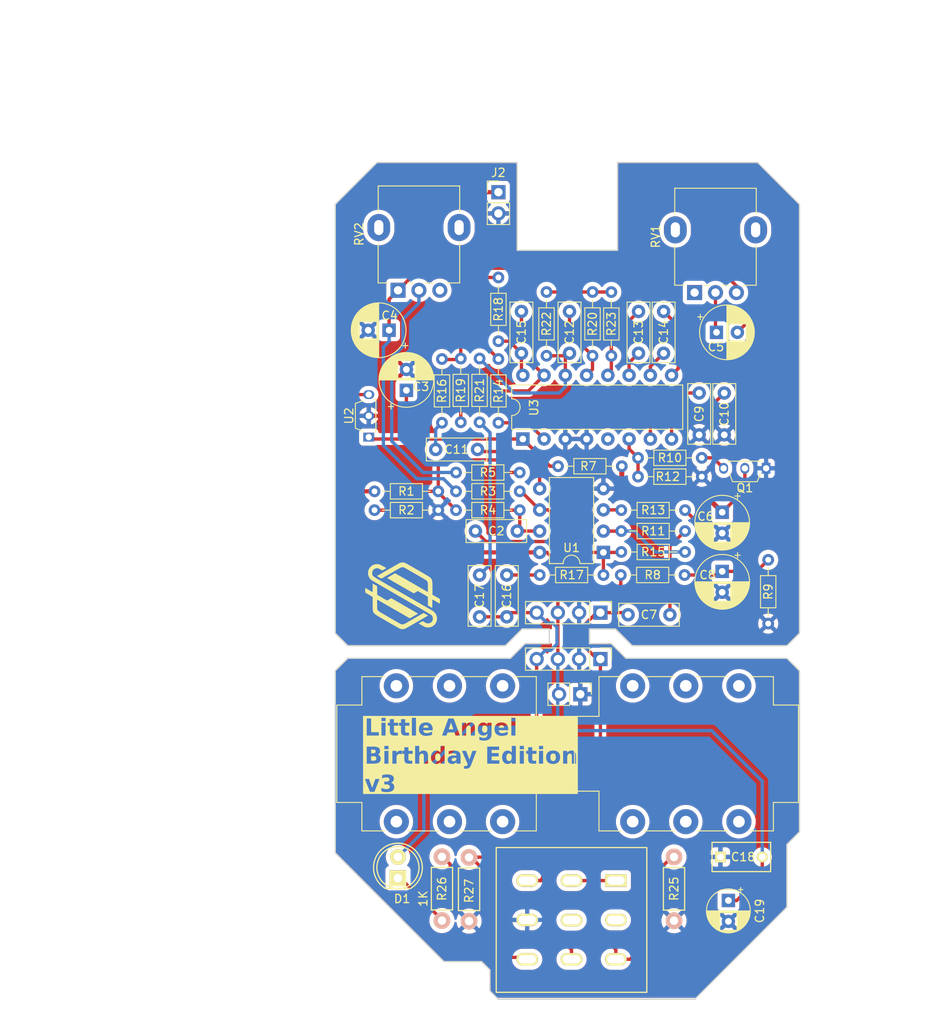
<source format=kicad_pcb>
(kicad_pcb (version 20221018) (generator pcbnew)
  (layers (0 "F.Cu" signal) (31 "B.Cu" signal) (34 "B.Paste" user) (35 "F.Paste" user) (36 "B.SilkS" user "B.Silkscreen") (37 "F.SilkS" user "F.Silkscreen") (38 "B.Mask" user) (39 "F.Mask" user) (44 "Edge.Cuts" user))
  (net 0 "")
  (net 1 "GND")
  (net 2 "+9V")
  (net 3 "Net-(D1-K)")
  (net 4 "Net-(U1B--)")
  (net 5 "Net-(C2-Pad2)")
  (net 6 "Net-(C4-Pad1)")
  (net 7 "Net-(U3-CC1)")
  (net 8 "Net-(U3-CC0)")
  (net 9 "O")
  (net 10 "I")
  (net 11 "Net-(SW1C-C)")
  (net 12 "Net-(U3-LPF2-OUT)")
  (net 13 "Net-(SW1A-A)")
  (net 14 "Net-(J4-T)")
  (net 15 "Net-(J1-T)")
  (net 16 "Net-(U3-LPF2-IN)")
  (net 17 "Net-(U3-OP2-OUT)")
  (net 18 "Net-(U3-OP2-IN)")
  (net 19 "Net-(U3-OP1-IN)")
  (net 20 "Net-(U3-OP1-OUT)")
  (net 21 "Net-(U3-LPF1-IN)")
  (net 22 "Net-(U3-LPF1-OUT)")
  (net 23 "Net-(U1B-+)")
  (net 24 "Net-(U1A--)")
  (net 25 "Net-(U1A-+)")
  (net 26 "Net-(U3-REF)")
  (net 27 "Net-(U3-VCO)")
  (net 29 "+5V")
  (net 30 "Net-(C5-Pad1)")
  (net 31 "Net-(Q1-B)")
  (net 32 "Net-(C7-Pad2)")
  (net 33 "Net-(C8-Pad1)")
  (net 34 "Net-(C11-Pad1)")
  (net 35 "Net-(C11-Pad2)")
  (net 36 "Net-(C16-Pad1)")
  (net 37 "Net-(C17-Pad1)")
  (net 38 "Net-(Q1-C)")
  (net 39 "Net-(R5-Pad2)")
  (net 40 "Net-(R14-Pad1)")
  (net 41 "Net-(R16-Pad2)")
  (net 42 "Net-(R20-Pad1)")
  (footprint "KiCad Lib:3PDT-Footswitch" (layer "F.Cu") (at 143.25 142.525 180)
    (fp_text reference "SW1" hide)
    (fp_text value "SW_3PDT" hide)
  )
  (footprint "Connector_PinHeader_2.54mm:PinHeader_1x02_P2.54mm_Vertical" (layer "F.Cu") (at 144.3 115.55 -90)
    (fp_text reference "J3" hide)
    (fp_text value "V+ GND")
  )
  (footprint "Pedal-Components:Jack_6.35mm_Neutrik_NMJ6HCD2_Horizontal" (layer "F.Cu") (at 150.56 114.55)
    (fp_text reference "J1" hide)
    (fp_text value "IN")
  )
  (footprint "Pin_Headers:Pin_Header_Straight_1x04_Pitch2.54mm" (layer "F.Cu") (at 146.7 111.35 -90)
    (fp_text reference "JOVGI1" hide)
    (fp_text value "OVGI" hide)
  )
  (footprint "Pin_Headers:Pin_Header_Straight_1x04_Pitch2.54mm" (layer "F.Cu") (at 146.7 105.8 -90)
    (fp_text reference "JOVGI2" hide)
    (fp_text value "OVGI" hide)
  )
  (footprint "Capacitor_THT:CP_Radial_D5.0mm_P2.50mm" (layer "F.Cu") (at 162 140.2 -90)
    (fp_text reference "C19")
    (fp_text value "100uF")
  )
  (footprint "LEDs:LED-5MM" (layer "F.Cu") (at 122.5 137.54 90)
    (fp_text reference "D1")
    (fp_text value "LED" hide)
  )
  (footprint "Resistors_ThroughHole:Resistor_Horizontal_RM7mm" (layer "F.Cu") (at 155.5 135 -90)
    (fp_text reference "R25")
    (fp_text value "1M" hide)
  )
  (footprint "Resistors_ThroughHole:Resistor_Horizontal_RM7mm" (layer "F.Cu") (at 127.76 142.6 90)
    (fp_text reference "R26")
    (fp_text value "1K")
  )
  (footprint "Resistors_ThroughHole:Resistor_Horizontal_RM7mm" (layer "F.Cu") (at 131 135.05 -90)
    (fp_text reference "R27")
    (fp_text value "100K" hide)
  )
  (footprint "Capacitors_ThroughHole:C_Rect_L7_W3.5_P5" (layer "F.Cu") (at 161.05 135)
    (fp_text reference "C18")
    (fp_text value "100nF" hide)
  )
  (footprint "Pedal-Components:Jack_6.35mm_Neutrik_NMJ6HCD2_Horizontal" (layer "F.Cu") (at 135.01 130.78 180)
    (fp_text reference "J4" hide)
    (fp_text value "OUT")
  )
  (footprint "Connector_PinHeader_2.54mm:PinHeader_1x02_P2.54mm_Vertical" (layer "F.Cu") (at 134.51 55.55)
    (fp_text reference "J2")
    (fp_text value "V+ GND")
  )
  (footprint "Resistor_THT:R_Axial_DIN0204_L3.6mm_D1.6mm_P7.62mm_Horizontal" (layer "F.Cu") (at 127.32 91.3 180)
    (fp_text reference "R1")
    (fp_text value "100k")
  )
  (footprint "Potentiometer_THT:Potentiometer_Alpha_RD901F-40-00D_Single_Vertical" (layer "F.Cu") (at 122.51 67.275 90)
    (fp_text reference "RV2")
    (fp_text value "100k lin")
  )
  (footprint "Capacitor_THT:CP_Radial_D6.3mm_P2.50mm" (layer "F.Cu") (at 161.26 100.867621 -90)
    (fp_text reference "C8")
    (fp_text value "47uF")
  )
  (footprint "Capacitor_THT:CP_Radial_D6.3mm_P2.50mm" (layer "F.Cu") (at 123.51 79.232379 90)
    (fp_text reference "C3")
    (fp_text value "47uF")
  )
  (footprint "Resistor_THT:R_Axial_DIN0204_L3.6mm_D1.6mm_P7.62mm_Horizontal" (layer "F.Cu") (at 156.82 98.55 180)
    (fp_text reference "R15")
    (fp_text value "1M")
  )
  (footprint "Resistor_THT:R_Axial_DIN0204_L3.6mm_D1.6mm_P7.62mm_Horizontal" (layer "F.Cu") (at 134.51 75.49 -90)
    (fp_text reference "R14")
    (fp_text value "33k")
  )
  (footprint "Pedal-Components:tkw" (layer "F.Cu") (at 123.01 103.8)
    (fp_text reference "G***" hide)
    (fp_text value "LOGO" hide)
  )
  (footprint "Resistor_THT:R_Axial_DIN0204_L3.6mm_D1.6mm_P7.62mm_Horizontal" (layer "F.Cu") (at 147.07 101.3 180)
    (fp_text reference "R17")
    (fp_text value "10k")
  )
  (footprint "Package_TO_SOT_THT:TO-92S_Wide" (layer "F.Cu") (at 119.01 84.82 90)
    (fp_text reference "U2")
    (fp_text value "L78L05_TO92")
  )
  (footprint "Capacitor_THT:C_Disc_D7.0mm_W2.5mm_P5.00mm" (layer "F.Cu") (at 135.51 101.3 -90)
    (fp_text reference "C16")
    (fp_text value "100nF")
  )
  (footprint "Resistor_THT:R_Axial_DIN0204_L3.6mm_D1.6mm_P7.62mm_Horizontal" (layer "F.Cu") (at 149.26 88.3 180)
    (fp_text reference "R7")
    (fp_text value "68K")
  )
  (footprint "Potentiometer_THT:Potentiometer_Alpha_RD901F-40-00D_Single_Vertical" (layer "F.Cu") (at 157.96 67.55 90)
    (fp_text reference "RV1")
    (fp_text value "470K lin")
  )
  (footprint "Capacitor_THT:CP_Radial_D6.3mm_P2.50mm" (layer "F.Cu") (at 160.577621 72.3)
    (fp_text reference "C5")
    (fp_text value "10uF")
  )
  (footprint "Capacitor_THT:CP_Radial_D6.3mm_P2.50mm" (layer "F.Cu") (at 161.26 93.8 -90)
    (fp_text reference "C6")
    (fp_text value "47uF")
  )
  (footprint "Package_DIP:DIP-16_W7.62mm" (layer "F.Cu") (at 137.43 85.05 90)
    (fp_text reference "U3")
    (fp_text value "PT2399")
  )
  (footprint "Resistor_THT:R_Axial_DIN0204_L3.6mm_D1.6mm_P7.62mm_Horizontal" (layer "F.Cu") (at 156.82 96.05 180)
    (fp_text reference "R11")
    (fp_text value "470k")
  )
  (footprint "Resistor_THT:R_Axial_DIN0204_L3.6mm_D1.6mm_P7.62mm_Horizontal" (layer "F.Cu") (at 140.26 67.48 -90)
    (fp_text reference "R22")
    (fp_text value "10k")
  )
  (footprint "Resistor_THT:R_Axial_DIN0204_L3.6mm_D1.6mm_P7.62mm_Horizontal" (layer "F.Cu") (at 166.76 107.11 90)
    (fp_text reference "R9")
    (fp_text value "10k")
  )
  (footprint "Resistor_THT:R_Axial_DIN0204_L3.6mm_D1.6mm_P7.62mm_Horizontal" (layer "F.Cu") (at 130.01 83.05 90)
    (fp_text reference "R19")
    (fp_text value "10k")
  )
  (footprint "Resistor_THT:R_Axial_DIN0204_L3.6mm_D1.6mm_P7.62mm_Horizontal" (layer "F.Cu") (at 134.51 73.36 90)
    (fp_text reference "R18")
    (fp_text value "10k")
  )
  (footprint "Package_TO_SOT_THT:TO-92S_Wide" (layer "F.Cu") (at 166.51 88.55 180)
    (fp_text reference "Q1")
    (fp_text value "2N3904")
  )
  (footprint "Resistor_THT:R_Axial_DIN0204_L3.6mm_D1.6mm_P7.62mm_Horizontal" (layer "F.Cu") (at 127.32 93.55 180)
    (fp_text reference "R2")
    (fp_text value "47k")
  )
  (footprint "Resistor_THT:R_Axial_DIN0204_L3.6mm_D1.6mm_P7.62mm_Horizontal" (layer "F.Cu") (at 137.06 89.05 180)
    (fp_text reference "R5")
    (fp_text value "4k7")
  )
  (footprint "Resistor_THT:R_Axial_DIN0204_L3.6mm_D1.6mm_P7.62mm_Horizontal" (layer "F.Cu") (at 156.82 93.55 180)
    (fp_text reference "R13")
    (fp_text value "330k")
  )
  (footprint "Capacitor_THT:C_Disc_D7.0mm_W2.5mm_P5.00mm" (layer "F.Cu") (at 158.51 84.55 90)
    (fp_text reference "C9")
    (fp_text value "100nF")
  )
  (footprint "Capacitor_THT:C_Disc_D7.0mm_W2.5mm_P5.00mm" (layer "F.Cu") (at 131.76 96.05)
    (fp_text reference "C2")
    (fp_text value "10nF")
  )
  (footprint "Capacitor_THT:C_Disc_D7.0mm_W2.5mm_P5.00mm" (layer "F.Cu") (at 132.26 101.3 -90)
    (fp_text reference "C17")
    (fp_text value "100nF")
  )
  (footprint "Resistor_THT:R_Axial_DIN0204_L3.6mm_D1.6mm_P7.62mm_Horizontal" (layer "F.Cu") (at 129.44 93.55)
    (fp_text reference "R4")
    (fp_text value "220k")
  )
  (footprint "Resistor_THT:R_Axial_DIN0204_L3.6mm_D1.6mm_P7.62mm_Horizontal" (layer "F.Cu") (at 145.76 67.48 -90)
    (fp_text reference "R20")
    (fp_text value "10k")
  )
  (footprint "Capacitor_THT:C_Disc_D7.0mm_W2.5mm_P5.00mm" (layer "F.Cu") (at 127.01 86.3)
    (fp_text reference "C11")
    (fp_text value "100nF")
  )
  (footprint "Capacitor_THT:C_Disc_D7.0mm_W2.5mm_P5.00mm" (layer "F.Cu") (at 150.01 106.05)
    (fp_text reference "C7")
    (fp_text value "100nF")
  )
  (footprint "Resistor_THT:R_Axial_DIN0204_L3.6mm_D1.6mm_P7.62mm_Horizontal" (layer "F.Cu") (at 156.76 101.3 180)
    (fp_text reference "R8")
    (fp_text value "10k")
  )
  (footprint "Resistor_THT:R_Axial_DIN0204_L3.6mm_D1.6mm_P7.62mm_Horizontal" (layer "F.Cu") (at 137.06 91.3 180)
    (fp_text reference "R3")
    (fp_text value "220K")
  )
  (footprint "Capacitor_THT:C_Disc_D7.0mm_W2.5mm_P5.00mm" (layer "F.Cu") (at 151.26 69.8 -90)
    (fp_text reference "C13")
    (fp_text value "100n")
  )
  (footprint "Resistor_THT:R_Axial_DIN0204_L3.6mm_D1.6mm_P7.62mm_Horizontal" (layer "F.Cu") (at 158.82 87.3 180)
    (fp_text reference "R10")
    (fp_text value "100R")
  )
  (footprint "Capacitor_THT:C_Disc_D7.0mm_W2.5mm_P5.00mm" (layer "F.Cu") (at 161.51 84.55 90)
    (fp_text reference "C10")
    (fp_text value "100nF")
  )
  (footprint "Package_DIP:DIP-8_W7.62mm" (layer "F.Cu") (at 147.06 98.6 180)
    (fp_text reference "U1")
    (fp_text value "NE5532")
  )
  (footprint "Resistor_THT:R_Axial_DIN0204_L3.6mm_D1.6mm_P7.62mm_Horizontal" (layer "F.Cu") (at 158.82 89.55 180)
    (fp_text reference "R12")
    (fp_text value "2k2")
  )
  (footprint "Pedal-Components:1590B" (layer "F.Cu") (at 112.94 154.659085)
    (fp_text reference "N1" hide)
    (fp_text value "Housing")
  )
  (footprint "Capacitor_THT:C_Disc_D7.0mm_W2.5mm_P5.00mm" (layer "F.Cu") (at 143.01 74.8 90)
    (fp_text reference "C12")
    (fp_text value "10n")
  )
  (footprint "Capacitor_THT:C_Disc_D7.0mm_W2.5mm_P5.00mm" (layer "F.Cu") (at 154.26 74.8 90)
    (fp_text reference "C14")
    (fp_text value "100n")
  )
  (footprint "Resistor_THT:R_Axial_DIN0204_L3.6mm_D1.6mm_P7.62mm_Horizontal" (layer "F.Cu") (at 132.26 75.43 -90)
    (fp_text reference "R21")
    (fp_text value "10k")
  )
  (footprint "Capacitor_THT:CP_Radial_D6.3mm_P2.50mm" (layer "F.Cu") (at 121.44238 72.05 180)
    (fp_text reference "C4")
    (fp_text value "10uF")
  )
  (footprint "Capacitor_THT:C_Disc_D7.0mm_W2.5mm_P5.00mm" (layer "F.Cu") (at 137.26 74.8 90)
    (fp_text reference "C15")
    (fp_text value "3n3")
  )
  (footprint "Resistor_THT:R_Axial_DIN0204_L3.6mm_D1.6mm_P7.62mm_Horizontal" (layer "F.Cu") (at 148.01 67.49 -90)
    (fp_text reference "R23")
    (fp_text value "10k")
  )
  (footprint "Resistor_THT:R_Axial_DIN0204_L3.6mm_D1.6mm_P7.62mm_Horizontal" (layer "F.Cu") (at 127.76 83.11 90)
    (fp_text reference "R16")
    (fp_text value "10k")
  )
  (gr_line (start 145.4 107.75) (end 148.5 107.75) (stroke (width 0.15)) (layer "Edge.Cuts"))
  (gr_line (start 137.7 109.5) (end 140.6 109.5) (stroke (width 0.15)) (layer "Edge.Cuts"))
  (gr_line (start 128 147.5) (end 127 146.5) (stroke (width 0.15)) (layer "Edge.Cuts"))
  (gr_line (start 115 134.5) (end 115 121) (stroke (width 0.15)) (layer "Edge.Cuts"))
  (gr_line (start 135.35 109.75) (end 116.5 109.75) (stroke (width 0.15)) (layer "Edge.Cuts"))
  (gr_line (start 145.4 109.5) (end 148 109.5) (stroke (width 0.15)) (layer "Edge.Cuts"))
  (gr_line (start 148.75 62.5) (end 148.75 52) (stroke (width 0.15)) (layer "Edge.Cuts"))
  (gr_line (start 127 146.5) (end 115 134.5) (stroke (width 0.15)) (layer "Edge.Cuts"))
  (gr_line (start 115 57) (end 115 108.25) (stroke (width 0.15)) (layer "Edge.Cuts"))
  (gr_line (start 169 141) (end 158 152) (stroke (width 0.15)) (layer "Edge.Cuts"))
  (gr_line (start 133.5 151) (end 133.5 148.5) (stroke (width 0.15)) (layer "Edge.Cuts"))
  (gr_line (start 149.75 111.25) (end 164.75 111.25) (stroke (width 0.15)) (layer "Edge.Cuts"))
  (gr_line (start 148.5 107.75) (end 150.5 109.75) (stroke (width 0.15)) (layer "Edge.Cuts"))
  (gr_line (start 165.5 52) (end 170.5 57) (stroke (width 0.15)) (layer "Edge.Cuts"))
  (gr_line (start 169 109.75) (end 170.5 108.25) (stroke (width 0.15)) (layer "Edge.Cuts"))
  (gr_line (start 169 133.5) (end 170.5 132) (stroke (width 0.15)) (layer "Edge.Cuts"))
  (gr_line (start 116.5 109.75) (end 115 108.25) (stroke (width 0.15)) (layer "Edge.Cuts"))
  (gr_line (start 140.6 107.75) (end 140.6 109.5) (stroke (width 0.15)) (layer "Edge.Cuts"))
  (gr_line (start 137.35 107.75) (end 135.35 109.75) (stroke (width 0.15)) (layer "Edge.Cuts"))
  (gr_line (start 115 57) (end 120 52) (stroke (width 0.15)) (layer "Edge.Cuts"))
  (gr_line (start 170.5 85) (end 170.5 57) (stroke (width 0.15)) (layer "Edge.Cuts"))
  (gr_line (start 136.75 62.5) (end 148.75 62.5) (stroke (width 0.15)) (layer "Edge.Cuts"))
  (gr_line (start 136.75 52) (end 120 52) (stroke (width 0.15)) (layer "Edge.Cuts"))
  (gr_line (start 170.5 112.75) (end 169 111.25) (stroke (width 0.15)) (layer "Edge.Cuts"))
  (gr_line (start 135.95 111.25) (end 117 111.25) (stroke (width 0.15)) (layer "Edge.Cuts"))
  (gr_line (start 134.5 152) (end 158 152) (stroke (width 0.15)) (layer "Edge.Cuts"))
  (gr_line (start 116.5 109.75) (end 116.5 109.75) (stroke (width 0.15)) (layer "Edge.Cuts"))
  (gr_line (start 137.7 109.5) (end 135.95 111.25) (stroke (width 0.15)) (layer "Edge.Cuts"))
  (gr_line (start 169 133.5) (end 169 141) (stroke (width 0.15)) (layer "Edge.Cuts"))
  (gr_line (start 170.5 108.25) (end 170.5 85) (stroke (width 0.15)) (layer "Edge.Cuts"))
  (gr_line (start 136.75 52) (end 136.75 62.5) (stroke (width 0.15)) (layer "Edge.Cuts"))
  (gr_line (start 134.5 152) (end 133.5 151) (stroke (width 0.15)) (layer "Edge.Cuts"))
  (gr_line (start 133.5 148.5) (end 132.5 147.5) (stroke (width 0.15)) (layer "Edge.Cuts"))
  (gr_line (start 115 112.75) (end 115 121) (stroke (width 0.15)) (layer "Edge.Cuts"))
  (gr_line (start 148.75 52) (end 165.5 52) (stroke (width 0.15)) (layer "Edge.Cuts"))
  (gr_line (start 132.5 147.5) (end 128.5 147.5) (stroke (width 0.15)) (layer "Edge.Cuts"))
  (gr_line (start 145.4 107.75) (end 145.4 109.5) (stroke (width 0.15)) (layer "Edge.Cuts"))
  (gr_line (start 169 111.25) (end 164.75 111.25) (stroke (width 0.15)) (layer "Edge.Cuts"))
  (gr_line (start 116.5 111.25) (end 115 112.75) (stroke (width 0.15)) (layer "Edge.Cuts"))
  (gr_line (start 148 109.5) (end 149.75 111.25) (stroke (width 0.15)) (layer "Edge.Cuts"))
  (gr_line (start 170.5 132) (end 170.5 112.75) (stroke (width 0.15)) (layer "Edge.Cuts"))
  (gr_line (start 128.5 147.5) (end 128 147.5) (stroke (width 0.15)) (layer "Edge.Cuts"))
  (gr_line (start 137.35 107.75) (end 140.6 107.75) (stroke (width 0.15)) (layer "Edge.Cuts"))
  (gr_line (start 150.5 109.75) (end 169 109.75) (stroke (width 0.15)) (layer "Edge.Cuts"))
  (gr_line (start 117 111.25) (end 116.5 111.25) (stroke (width 0.15)) (layer "Edge.Cuts"))
  (gr_text "Little Angel\nBirthday Edition\nv3" (at 118.51 127.55) (layer "F.SilkS" knockout) (effects (font (size 2 2) (thickness 0.3) bold) (justify left bottom)))
  (segment (start 162 140.2) (end 163 140.2) (width 0.4) (layer "F.Cu") (net 2))
  (segment (start 118.81 98.6) (end 116.51 96.3) (width 0.5) (layer "F.Cu") (net 2))
  (segment (start 116.51 81.55) (end 116.51 78.8) (width 0.5) (layer "F.Cu") (net 2))
  (segment (start 163 140.2) (end 166.05 137.15) (width 0.4) (layer "F.Cu") (net 2))
  (segment (start 166.05 137.15) (end 166.05 135) (width 0.4) (layer "F.Cu") (net 2))
  (segment (start 141.62 103.05) (end 141.62 105.8) (width 0.4) (layer "F.Cu") (net 2))
  (segment (start 116.51 96.3) (end 116.51 90.55) (width 0.5) (layer "F.Cu") (net 2))
  (segment (start 148.51 103.05) (end 141.62 103.05) (width 0.4) (layer "F.Cu") (net 2))
  (segment (start 119.7 91.3) (end 117.26 91.3) (width 0.5) (layer "F.Cu") (net 2))
  (segment (start 119.01 79.74) (end 117.45 79.74) (width 0.4) (layer "F.Cu") (net 2))
  (segment (start 116.51 59.3) (end 120.26 55.55) (width 0.5) (layer "F.Cu") (net 2))
  (segment (start 149.14 102.42) (end 148.51 103.05) (width 0.4) (layer "F.Cu") (net 2))
  (segment (start 116.51 78.8) (end 116.51 59.3) (width 0.5) (layer "F.Cu") (net 2))
  (segment (start 139.44 98.6) (end 118.81 98.6) (width 0.5) (layer "F.Cu") (net 2))
  (segment (start 141.62 99.91) (end 141.62 103.05) (width 0.4) (layer "F.Cu") (net 2))
  (segment (start 141.62 105.8) (end 141.62 111.35) (width 0.4) (layer "F.Cu") (net 2))
  (segment (start 140.31 98.6) (end 141.62 99.91) (width 0.4) (layer "F.Cu") (net 2))
  (segment (start 139.44 98.6) (end 140.31 98.6) (width 0.4) (layer "F.Cu") (net 2))
  (segment (start 149.14 101.3) (end 149.14 102.42) (width 0.4) (layer "F.Cu") (net 2))
  (segment (start 117.45 79.74) (end 116.51 78.8) (width 0.4) (layer "F.Cu") (net 2))
  (segment (start 116.51 90.55) (end 116.51 81.55) (width 0.5) (layer "F.Cu") (net 2))
  (segment (start 120.26 55.55) (end 134.51 55.55) (width 0.5) (layer "F.Cu") (net 2))
  (segment (start 117.26 91.3) (end 116.51 90.55) (width 0.5) (layer "F.Cu") (net 2))
  (segment (start 125.6 131.9) (end 122.5 135) (width 0.4) (layer "B.Cu") (net 2))
  (segment (start 141.6 118.6) (end 142.9 119.9) (width 0.4) (layer "B.Cu") (net 2))
  (segment (start 131.9 118.6) (end 125.6 124.9) (width 0.4) (layer "B.Cu") (net 2))
  (segment (start 141.62 111.35) (end 141.62 112.552081) (width 0.4) (layer "B.Cu") (net 2))
  (segment (start 141.6 112.572081) (end 141.6 118.6) (width 0.4) (layer "B.Cu") (net 2))
  (segment (start 160 119.9) (end 166.05 125.95) (width 0.4) (layer "B.Cu") (net 2))
  (segment (start 125.6 124.9) (end 125.6 131.9) (width 0.4) (layer "B.Cu") (net 2))
  (segment (start 142.9 119.9) (end 160 119.9) (width 0.4) (layer "B.Cu") (net 2))
  (segment (start 141.62 112.552081) (end 141.6 112.572081) (width 0.4) (layer "B.Cu") (net 2))
  (segment (start 166.05 125.95) (end 166.05 135) (width 0.4) (layer "B.Cu") (net 2))
  (segment (start 141.6 118.6) (end 131.9 118.6) (width 0.4) (layer "B.Cu") (net 2))
  (segment (start 122.75 137.5) (end 127.75 142.5) (width 0.4) (layer "F.Cu") (net 3))
  (segment (start 122.5 137.5) (end 122.75 137.5) (width 0.4) (layer "F.Cu") (net 3))
  (segment (start 140.51 97.3) (end 141.01 96.8) (width 0.4) (layer "F.Cu") (net 4))
  (segment (start 141.01 96.8) (end 141.01 94.05) (width 0.4) (layer "F.Cu") (net 4))
  (segment (start 131.76 96.05) (end 133.01 97.3) (width 0.4) (layer "F.Cu") (net 4))
  (segment (start 137.06 91.3) (end 137.22 91.3) (width 0.4) (layer "F.Cu") (net 4))
  (segment (start 133.01 97.3) (end 140.51 97.3) (width 0.4) (layer "F.Cu") (net 4))
  (segment (start 141.01 94.05) (end 140.48 93.52) (width 0.4) (layer "F.Cu") (net 4))
  (segment (start 137.22 91.3) (end 139.44 93.52) (width 0.4) (layer "F.Cu") (net 4))
  (segment (start 140.48 93.52) (end 139.44 93.52) (width 0.4) (layer "F.Cu") (net 4))
  (segment (start 135.76 93.55) (end 137.06 93.55) (width 0.4) (layer "F.Cu") (net 5))
  (segment (start 135.26 93.05) (end 135.76 93.55) (width 0.4) (layer "F.Cu") (net 5))
  (segment (start 136.76 96.05) (end 139.43 96.05) (width 0.4) (layer "F.Cu") (net 5))
  (segment (start 135.76 89.05) (end 135.26 89.55) (width 0.4) (layer "F.Cu") (net 5))
  (segment (start 137.06 89.05) (end 135.76 89.05) (width 0.4) (layer "F.Cu") (net 5))
  (segment (start 139.43 96.05) (end 139.44 96.06) (width 0.4) (layer "F.Cu") (net 5))
  (segment (start 137.06 95.75) (end 136.76 96.05) (width 0.4) (layer "F.Cu") (net 5))
  (segment (start 135.26 89.55) (end 135.26 93.05) (width 0.4) (layer "F.Cu") (net 5))
  (segment (start 137.06 93.55) (end 137.06 95.75) (width 0.4) (layer "F.Cu") (net 5))
  (segment (start 121.44238 68.34262) (end 122.51 67.275) (width 0.4) (layer "F.Cu") (net 6))
  (segment (start 163.077621 72.3) (end 164.76 70.617621) (width 0.4) (layer "F.Cu") (net 6))
  (segment (start 164.76 70.617621) (end 164.76 66.55) (width 0.4) (layer "F.Cu") (net 6))
  (segment (start 125.145 64.64) (end 122.51 67.275) (width 0.4) (layer "F.Cu") (net 6))
  (segment (start 164.76 66.55) (end 162.85 64.64) (width 0.4) (layer "F.Cu") (net 6))
  (segment (start 162.85 64.64) (end 125.145 64.64) (width 0.4) (layer "F.Cu") (net 6))
  (segment (start 121.44238 72.05) (end 121.44238 68.34262) (width 0.4) (layer "F.Cu") (net 6))
  (segment (start 124.76 89.8) (end 120.76 85.8) (width 0.4) (layer "B.Cu") (net 6))
  (segment (start 121.44238 73.36762) (end 121.44238 72.05) (width 0.4) (layer "B.Cu") (net 6))
  (segment (start 120.76 85.8) (end 120.76 74.05) (width 0.4) (layer "B.Cu") (net 6))
  (segment (start 127.94 89.8) (end 124.76 89.8) (width 0.4) (layer "B.Cu") (net 6))
  (segment (start 129.44 91.3) (end 127.94 89.8) (width 0.4) (layer "B.Cu") (net 6))
  (segment (start 120.76 74.05) (end 121.44238 73.36762) (width 0.4) (layer "B.Cu") (net 6))
  (segment (start 152.67 85.05) (end 152.67 81.14) (width 0.4) (layer "F.Cu") (net 7))
  (segment (start 152.67 81.14) (end 154.26 79.55) (width 0.4) (layer "F.Cu") (net 7))
  (segment (start 154.26 79.55) (end 158.51 79.55) (width 0.4) (layer "F.Cu") (net 7))
  (segment (start 155.21 83.1) (end 156.76 81.55) (width 0.4) (layer "F.Cu") (net 8))
  (segment (start 155.21 85.05) (end 155.21 83.1) (width 0.4) (layer "F.Cu") (net 8))
  (segment (start 159.51 81.55) (end 156.76 81.55) (width 0.4) (layer "F.Cu") (net 8))
  (segment (start 161.51 79.55) (end 159.51 81.55) (width 0.4) (layer "F.Cu") (net 8))
  (segment (start 139.08 111.35) (end 139.08 132.92) (width 0.4) (layer "F.Cu") (net 9))
  (segment (start 131 135.02) (end 131.22 135.02) (width 0.4) (layer "F.Cu") (net 9))
  (segment (start 135.51 106.3) (end 136.01 105.8) (width 0.4) (layer "F.Cu") (net 9))
  (segment (start 140.6 143.425) (end 143.25 146.075) (width 0.4) (layer "F.Cu") (net 9))
  (segment (start 136.98 135.02) (end 131 135.02) (width 0.4) (layer "F.Cu") (net 9))
  (segment (start 139.08 105.8) (end 136.01 105.8) (width 0.4) (layer "F.Cu") (net 9))
  (segment (start 139.08 132.92) (end 136.98 135.02) (width 0.4) (layer "F.Cu") (net 9))
  (segment (start 131.22 135.02) (end 136.4 140.2) (width 0.4) (layer "F.Cu") (net 9))
  (segment (start 132.26 106.3) (end 135.51 106.3) (width 0.4) (layer "F.Cu") (net 9))
  (segment (start 143.25 146.075) (end 143.25 147.225) (width 0.4) (layer "F.Cu") (net 9))
  (segment (start 140.6 141.6) (end 140.6 143.425) (width 0.4) (layer "F.Cu") (net 9))
  (segment (start 139.2 140.2) (end 140.6 141.6) (width 0.4) (layer "F.Cu") (net 9))
  (segment (start 136.4 140.2) (end 139.2 140.2) (width 0.4) (layer "F.Cu") (net 9))
  (segment (start 140.33 107.05) (end 141.01 107.05) (width 0.4) (layer "B.Cu") (net 9))
  (segment (start 140.13 110.3) (end 139.08 111.35) (width 0.4) (layer "B.Cu") (net 9))
  (segment (start 141.01 107.05) (end 141.51 107.55) (width 0.4) (layer "B.Cu") (net 9))
  (segment (start 139.08 105.8) (end 140.33 107.05) (width 0.4) (layer "B.Cu") (net 9))
  (segment (start 140.76 110.3) (end 140.13 110.3) (width 0.4) (layer "B.Cu") (net 9))
  (segment (start 141.51 109.55) (end 140.76 110.3) (width 0.4) (layer "B.Cu") (net 9))
  (segment (start 141.51 107.55) (end 141.51 109.55) (width 0.4) (layer "B.Cu") (net 9))
  (segment (start 148.55 146.075) (end 145.9 143.425) (width 0.4) (layer "F.Cu") (net 10))
  (segment (start 151.925 145.575) (end 152.5 145) (width 0.4) (layer "F.Cu") (net 10))
  (segment (start 148.55 147.225) (end 148.55 146.075) (width 0.4) (layer "F.Cu") (net 10))
  (segment (start 152.5 145) (end 152.5 141.5) (width 0.4) (layer "F.Cu") (net 10))
  (segment (start 146.7 111.35) (end 146.7 122.94) (width 0.4) (layer "F.Cu") (net 10))
  (segment (start 141.6 140.1) (end 140.5 139) (width 0.4) (layer "F.Cu") (net 10))
  (segment (start 145 130.8) (end 145 124.64) (width 0.4) (layer "F.Cu") (net 10))
  (segment (start 149.76 105.8) (end 150.01 106.05) (width 0.4) (layer "F.Cu") (net 10))
  (segment (start 139.8 137.525) (end 139.8 136) (width 0.4) (layer "F.Cu") (net 10))
  (segment (start 151.9 145.575) (end 151.925 145.575) (width 0.4) (layer "F.Cu") (net 10))
  (segment (start 145 124.64) (end 146.7 122.94) (width 0.4) (layer "F.Cu") (net 10))
  (segment (start 146.7 105.8) (end 149.76 105.8) (width 0.4) (layer "F.Cu") (net 10))
  (segment (start 154 140) (end 154 136.25) (width 0.4) (layer "F.Cu") (net 10))
  (segment (start 139.825 137.825) (end 139.5 137.825) (width 0.4) (layer "F.Cu") (net 10))
  (segment (start 139.8 136) (end 145 130.8) (width 0.4) (layer "F.Cu") (net 10))
  (segment (start 140.5 138.5) (end 139.825 137.825) (width 0.4) (layer "F.Cu") (net 10))
  (segment (start 154 136.25) (end 155.5 134.75) (width 0.4) (layer "F.Cu") (net 10))
  (segment (start 144.51 107.55) (end 144.51 109.55) (width 0.4) (layer "F.Cu") (net 10))
  (segment (start 140.5 139) (end 140.5 138.5) (width 0.4) (layer "F.Cu") (net 10))
  (segment (start 146.7 105.8) (end 146.26 105.8) (width 0.4) (layer "F.Cu") (net 10))
  (segment (start 145.9 141.6) (end 144.4 140.1) (width 0.4) (layer "F.Cu") (net 10))
  (segment (start 150.25 147.225) (end 151.9 145.575) (width 0.4) (layer "F.Cu") (net 10))
  (segment (start 146.26 105.8) (end 144.51 107.55) (width 0.4) (layer "F.Cu") (net 10))
  (segment (start 146.31 111.35) (end 146.7 111.35) (width 0.4) (layer "F.Cu") (net 10))
  (segment (start 137.95 137.825) (end 139.5 137.825) (width 0.4) (layer "F.Cu") (net 10))
  (segment (start 148.55 147.225) (end 150.25 147.225) (width 0.4) (layer "F.Cu") (net 10))
  (segment (start 144.4 140.1) (end 141.6 140.1) (width 0.4) (layer "F.Cu") (net 10))
  (segment (start 144.51 109.55) (end 146.31 111.35) (width 0.4) (layer "F.Cu") (net 10))
  (segment (start 139.5 137.825) (end 139.8 137.525) (width 0.4) (layer "F.Cu") (net 10))
  (segment (start 145.9 143.425) (end 145.9 141.6) (width 0.4) (layer "F.Cu") (net 10))
  (segment (start 152.5 141.5) (end 154 140) (width 0.4) (layer "F.Cu") (net 10))
  (segment (start 133.2 139.9) (end 134.2 140.9) (width 0.4) (layer "F.Cu") (net 11))
  (segment (start 130.9 139.9) (end 133.2 139.9) (width 0.4) (layer "F.Cu") (net 11))
  (segment (start 137.725 147) (end 137.95 147.225) (width 0.4) (layer "F.Cu") (net 11))
  (segment (start 128.749489 137.749489) (end 130.9 139.9) (width 0.4) (layer "F.Cu") (net 11))
  (segment (start 128.749489 135.879489) (end 128.749489 137.749489) (width 0.4) (layer "F.Cu") (net 11))
  (segment (start 134.2 140.9) (end 134.2 145.1) (width 0.4) (layer "F.Cu") (net 11))
  (segment (start 127.75 135) (end 127.87 135) (width 0.4) (layer "F.Cu") (net 11))
  (segment (start 127.87 135) (end 128.749489 135.879489) (width 0.4) (layer "F.Cu") (net 11))
  (segment (start 134.2 145.1) (end 136.1 147) (width 0.4) (layer "F.Cu") (net 11))
  (segment (start 136.1 147) (end 137.725 147) (width 0.4) (layer "F.Cu") (net 11))
  (segment (start 142.51 77.43) (end 142.51 75.3) (width 0.4) (layer "F.Cu") (net 12))
  (segment (start 140.26 75.1) (end 142.71 75.1) (width 0.4) (layer "F.Cu") (net 12))
  (segment (start 142.71 75.1) (end 143.01 74.8) (width 0.4) (layer "F.Cu") (net 12))
  (segment (start 142.51 75.3) (end 143.01 74.8) (width 0.4) (layer "F.Cu") (net 12))
  (segment (start 141.76 79.55) (end 142.51 78.8) (width 0.4) (layer "B.Cu") (net 12))
  (segment (start 132.26 75.43) (end 136.38 79.55) (width 0.4) (layer "B.Cu") (net 12))
  (segment (start 142.51 78.8) (end 142.51 77.43) (width 0.4) (layer "B.Cu") (net 12))
  (segment (start 136.38 79.55) (end 141.76 79.55) (width 0.4) (layer "B.Cu") (net 12))
  (segment (start 143.25 137.825) (end 148.55 137.825) (width 0.4) (layer "F.Cu") (net 13))
  (segment (start 143.01 72.35) (end 145.76 75.1) (width 0.4) (layer "F.Cu") (net 16))
  (segment (start 145.76 75.1) (end 145.76 76.72) (width 0.4) (layer "F.Cu") (net 16))
  (segment (start 143.01 69.8) (end 143.01 72.35) (width 0.4) (layer "F.Cu") (net 16))
  (segment (start 145.76 76.72) (end 145.05 77.43) (width 0.4) (layer "F.Cu") (net 16))
  (segment (start 148.01 75.11) (end 148.01 73.05) (width 0.4) (layer "F.Cu") (net 17))
  (segment (start 148.01 75.11) (end 148.01 77.01) (width 0.4) (layer "F.Cu") (net 17))
  (segment (start 148.01 73.05) (end 151.26 69.8) (width 0.4) (layer "F.Cu") (net 17))
  (segment (start 148.01 77.01) (end 147.59 77.43) (width 0.4) (layer "F.Cu") (net 17))
  (segment (start 150.13 77.43) (end 150.13 75.93) (width 0.4) (layer "F.Cu") (net 18))
  (segment (start 150.13 75.93) (end 151.26 74.8) (width 0.4) (layer "F.Cu") (net 18))
  (segment (start 152.67 76.39) (end 154.26 74.8) (width 0.4) (layer "F.Cu") (net 19))
  (segment (start 152.67 77.43) (end 152.67 76.39) (width 0.4) (layer "F.Cu") (net 19))
  (segment (start 156.009999 71.549999) (end 156.009999 76.630001) (width 0.4) (layer "F.Cu") (net 20))
  (segment (start 156.009999 76.630001) (end 155.21 77.43) (width 0.4) (layer "F.Cu") (net 20))
  (segment (start 154.26 69.8) (end 156.009999 71.549999) (width 0.4) (layer "F.Cu") (net 20))
  (segment (start 134.51 73.36) (end 135.82 73.36) (width 0.4) (layer "F.Cu") (net 21))
  (segment (start 137.26 74.8) (end 137.26 77.26) (width 0.4) (layer "F.Cu") (net 21))
  (segment (start 137.26 77.26) (end 137.43 77.43) (width 0.4) (layer "F.Cu") (net 21))
  (segment (start 135.82 73.36) (end 137.26 74.8) (width 0.4) (layer "F.Cu") (net 21))
  (segment (start 130.01 81.05) (end 131.76 79.3) (width 0.4) (layer "F.Cu") (net 22))
  (segment (start 130.01 83.05) (end 130.01 81.05) (width 0.4) (layer "F.Cu") (net 22))
  (segment (start 131.76 79.3) (end 138.1 79.3) (width 0.4) (layer "F.Cu") (net 22))
  (segment (start 139.97 77.43) (end 138.76 76.22) (width 0.4) (layer "F.Cu") (net 22))
  (segment (start 138.1 79.3) (end 139.97 77.43) (width 0.4) (layer "F.Cu") (net 22))
  (segment (start 138.76 76.22) (end 138.76 73.55) (width 0.4) (layer "F.Cu") (net 22))
  (segment (start 137.26 72.05) (end 137.26 69.8) (width 0.4) (layer "F.Cu") (net 22))
  (segment (start 138.76 73.55) (end 137.26 72.05) (width 0.4) (layer "F.Cu") (net 22))
  (segment (start 127.32 91.43) (end 129.44 93.55) (width 0.4) (layer "F.Cu") (net 23))
  (segment (start 119.7 93.55) (end 121.76 93.55) (width 0.4) (layer "F.Cu") (net 23))
  (segment (start 128.01 87.55) (end 127.32 88.24) (width 0.4) (layer "F.Cu") (net 23))
  (segment (start 124.01 91.3) (end 127.32 91.3) (width 0.4) (layer "F.Cu") (net 23))
  (segment (start 121.76 93.55) (end 124.01 91.3) (width 0.4) (layer "F.Cu") (net 23))
  (segment (start 139.44 89.23) (end 137.76 87.55) (width 0.4) (layer "F.Cu") (net 23))
  (segment (start 127.32 88.24) (end 127.32 91.3) (width 0.4) (layer "F.Cu") (net 23))
  (segment (start 127.32 91.3) (end 127.32 91.43) (width 0.4) (layer "F.Cu") (net 23))
  (segment (start 139.44 90.98) (end 139.44 89.23) (width 0.4) (layer "F.Cu") (net 23))
  (segment (start 137.76 87.55) (end 128.01 87.55) (width 0.4) (layer "F.Cu") (net 23))
  (segment (start 147.06 96.06) (end 149.19 96.06) (width 0.4) (layer "F.Cu") (net 24))
  (segment (start 149.19 96.06) (end 149.2 96.05) (width 0.4) (layer "F.Cu") (net 24))
  (segment (start 153.26 98.55) (end 156.82 98.55) (width 0.4) (layer "B.Cu") (net 24))
  (segment (start 150.76 96.05) (end 153.26 98.55) (width 0.4) (layer "B.Cu") (net 24))
  (segment (start 149.2 96.05) (end 150.76 96.05) (width 0.4) (layer "B.Cu") (net 24))
  (segment (start 149.17 93.52) (end 149.2 93.55) (width 0.4) (layer "F.Cu") (net 25))
  (segment (start 147.06 93.52) (end 149.17 93.52) (width 0.4) (layer "F.Cu") (net 25))
  (segment (start 134.51 83.11) (end 138.03 83.11) (width 0.4) (layer "F.Cu") (net 26))
  (segment (start 138.03 83.11) (end 139.97 85.05) (width 0.4) (layer "F.Cu") (net 26))
  (segment (start 150.13 85.05) (end 150.13 86.23) (width 0.4) (layer "F.Cu") (net 27))
  (segment (start 150.13 86.23) (end 151.2 87.3) (width 0.4) (layer "F.Cu") (net 27))
  (segment (start 151.2 87.3) (end 151.2 89.55) (width 0.4) (layer "F.Cu") (net 27))
  (segment (start 123.51 79.232379) (end 123.51 85.05) (width 0.4) (layer "F.Cu") (net 29))
  (segment (start 123.51 85.05) (end 119.24 85.05) (width 0.4) (layer "F.Cu") (net 29))
  (segment (start 137.43 85.05) (end 123.51 85.05) (width 0.4) (layer "F.Cu") (net 29))
  (segment (start 137.43 85.05) (end 140.68 88.3) (width 0.4) (layer "F.Cu") (net 29))
  (segment (start 140.68 88.3) (end 141.64 88.3) (width 0.4) (layer "F.Cu") (net 29))
  (segment (start 160.46 67.55) (end 160.46 72.182379) (width 0.4) (layer "F.Cu") (net 30))
  (segment (start 160.46 72.182379) (end 160.577621 72.3) (width 0.4) (layer "F.Cu") (net 30))
  (segment (start 149.26 88.3) (end 149.26 90.3) (width 0.6) (layer "F.Cu") (net 31))
  (segment (start 149.26 90.3) (end 151.01 92.05) (width 0.6) (layer "F.Cu") (net 31))
  (segment (start 163.97 88.55) (end 163.97 91.09) (width 0.4) (layer "F.Cu") (net 31))
  (segment (start 151.01 92.05) (end 159.51 92.05) (width 0.6) (layer "F.Cu") (net 31))
  (segment (start 159.51 92.05) (end 161.26 93.8) (width 0.6) (layer "F.Cu") (net 31))
  (segment (start 163.97 91.09) (end 161.26 93.8) (width 0.4) (layer "F.Cu") (net 31))
  (segment (start 155.01 106.05) (end 155.01 97.86) (width 0.4) (layer "F.Cu") (net 32))
  (segment (start 155.01 97.86) (end 156.82 96.05) (width 0.4) (layer "F.Cu") (net 32))
  (segment (start 165.382379 100.867621) (end 166.76 99.49) (width 0.4) (layer "F.Cu") (net 33))
  (segment (start 156.82 93.55) (end 159.01 95.74) (width 0.4) (layer "F.Cu") (net 33))
  (segment (start 156.76 101.3) (end 159.01 101.3) (width 0.4) (layer "F.Cu") (net 33))
  (segment (start 159.01 101.3) (end 160.827621 101.3) (width 0.4) (layer "F.Cu") (net 33))
  (segment (start 160.827621 101.3) (end 161.26 100.867621) (width 0.4) (layer "F.Cu") (net 33))
  (segment (start 159.01 95.74) (end 159.01 101.3) (width 0.4) (layer "F.Cu") (net 33))
  (segment (start 161.26 100.867621) (end 165.382379 100.867621) (width 0.4) (layer "F.Cu") (net 33))
  (segment (start 127.01 86.3) (end 127.01 83.86) (width 0.4) (layer "B.Cu") (net 34))
  (segment (start 127.01 83.86) (end 127.76 83.11) (width 0.4) (layer "B.Cu") (net 34))
  (segment (start 142.26 91.000736) (end 137.809264 86.55) (width 0.4) (layer "F.Cu") (net 35))
  (segment (start 137.809264 86.55) (end 132.26 86.55) (width 0.4) (layer "F.Cu") (net 35))
  (segment (start 147.06 98.6) (end 143.56 98.6) (width 0.4) (layer "F.Cu") (net 35))
  (segment (start 147.06 101.29) (end 147.07 101.3) (width 0.4) (layer "F.Cu") (net 35))
  (segment (start 143.56 98.6) (end 142.26 97.3) (width 0.4) (layer "F.Cu") (net 35))
  (segment (start 147.06 98.6) (end 147.06 101.29) (width 0.4) (layer "F.Cu") (net 35))
  (segment (start 149.15 98.6) (end 149.2 98.55) (width 0.4) (layer "F.Cu") (net 35))
  (segment (start 147.06 98.6) (end 149.15 98.6) (width 0.4) (layer "F.Cu") (net 35))
  (segment (start 142.26 97.3) (end 142.26 91.000736) (width 0.4) (layer "F.Cu") (net 35))
  (segment (start 132.26 86.55) (end 132.01 86.3) (width 0.4) (layer "F.Cu") (net 35))
  (segment (start 139.45 101.3) (end 135.51 101.3) (width 0.4) (layer "F.Cu") (net 36))
  (segment (start 132.26 83.05) (end 133.51 84.3) (width 0.4) (layer "B.Cu") (net 37))
  (segment (start 133.51 84.3) (end 133.51 100.05) (width 0.4) (layer "B.Cu") (net 37))
  (segment (start 133.51 100.05) (end 132.26 101.3) (width 0.4) (layer "B.Cu") (net 37))
  (segment (start 158.82 87.3) (end 160.18 87.3) (width 0.4) (layer "F.Cu") (net 38))
  (segment (start 160.18 87.3) (end 161.43 88.55) (width 0.4) (layer "F.Cu") (net 38))
  (segment (start 125.01 68.8) (end 123.11 70.7) (width 0.4) (layer "B.Cu") (net 39))
  (segment (start 123.11 70.7) (end 123.11 73.95) (width 0.4) (layer "B.Cu") (net 39))
  (segment (start 123.11 73.95) (end 121.76 75.3) (width 0.4) (layer "B.Cu") (net 39))
  (segment (start 125.51 89.05) (end 129.44 89.05) (width 0.4) (layer "B.Cu") (net 39))
  (segment (start 121.76 75.3) (end 121.76 85.3) (width 0.4) (layer "B.Cu") (net 39))
  (segment (start 121.76 85.3) (end 125.51 89.05) (width 0.4) (layer "B.Cu") (net 39))
  (segment (start 125.01 67.275) (end 125.01 68.8) (width 0.4) (layer "B.Cu") (net 39))
  (segment (start 133.01 69.55) (end 137.01 65.55) (width 0.4) (layer "F.Cu") (net 40))
  (segment (start 133.01 73.99) (end 133.01 69.55) (width 0.4) (layer "F.Cu") (net 40))
  (segment (start 161.76 65.55) (end 162.96 66.75) (width 0.4) (layer "F.Cu") (net 40))
  (segment (start 137.01 65.55) (end 161.76 65.55) (width 0.4) (layer "F.Cu") (net 40))
  (segment (start 162.96 66.75) (end 162.96 67.55) (width 0.4) (layer "F.Cu") (net 40))
  (segment (start 134.51 75.49) (end 133.01 73.99) (width 0.4) (layer "F.Cu") (net 40))
  (segment (start 129.89 75.55) (end 130.01 75.43) (width 0.4) (layer "F.Cu") (net 41))
  (segment (start 130.01 68.3) (end 132.57 65.74) (width 0.4) (layer "F.Cu") (net 41))
  (segment (start 132.57 65.74) (end 134.51 65.74) (width 0.4) (layer "F.Cu") (net 41))
  (segment (start 130.01 75.43) (end 130.01 68.3) (width 0.4) (layer "F.Cu") (net 41))
  (segment (start 127.76 75.55) (end 129.89 75.55) (width 0.4) (layer "F.Cu") (net 41))
  (segment (start 140.26 67.48) (end 148 67.48) (width 0.4) (layer "F.Cu") (net 42))
  (segment (start 148 67.48) (end 148.01 67.49) (width 0.4) (layer "F.Cu") (net 42))
  (zone (net 1) (net_name "GND") (layer "F.Cu") (connect_pads (clearance 0.508)) (min_thickness 0.254) (fill yes (thermal_gap 0.508) (thermal_bridge_width 0.508))
    (polygon (pts (xy 105.75 152.75) (xy 188.5 152.75) (xy 188.5 44.75) (xy 105.75 44.75)))
  )
  (zone (net 1) (net_name "GND") (layer "B.Cu") (connect_pads (clearance 0.508)) (min_thickness 0.254) (fill yes (thermal_gap 0.508) (thermal_bridge_width 0.508))
    (polygon (pts (xy 106.25 152.75) (xy 188.5 152.75) (xy 188.5 44.75) (xy 106.25 44.75)))
  )
)
</source>
